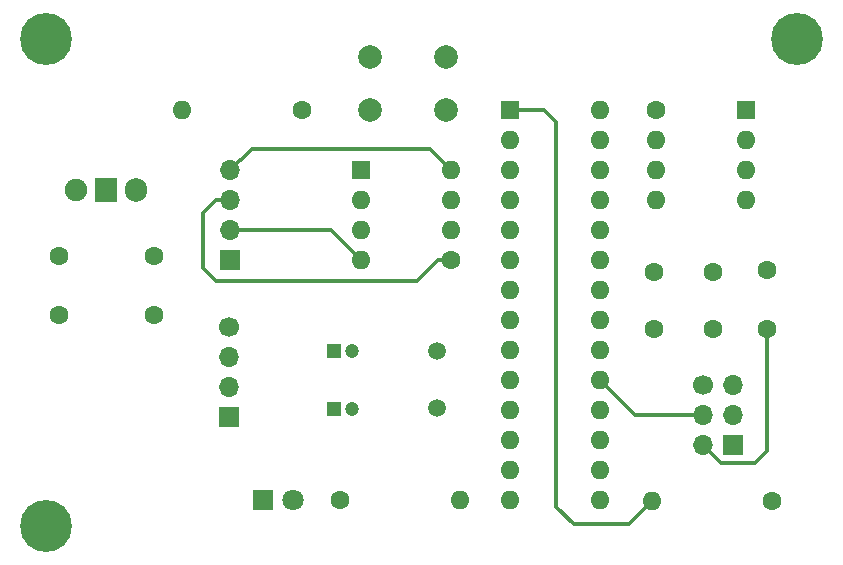
<source format=gbr>
G04 #@! TF.GenerationSoftware,KiCad,Pcbnew,(5.1.4-0-10_14)*
G04 #@! TF.CreationDate,2019-11-17T16:04:33+00:00*
G04 #@! TF.ProjectId,SELE_ACS,53454c45-5f41-4435-932e-6b696361645f,rev?*
G04 #@! TF.SameCoordinates,Original*
G04 #@! TF.FileFunction,Copper,L2,Bot*
G04 #@! TF.FilePolarity,Positive*
%FSLAX46Y46*%
G04 Gerber Fmt 4.6, Leading zero omitted, Abs format (unit mm)*
G04 Created by KiCad (PCBNEW (5.1.4-0-10_14)) date 2019-11-17 16:04:33*
%MOMM*%
%LPD*%
G04 APERTURE LIST*
%ADD10C,4.400000*%
%ADD11O,1.700000X1.700000*%
%ADD12R,1.700000X1.700000*%
%ADD13O,1.600000X1.600000*%
%ADD14C,1.600000*%
%ADD15R,1.600000X1.600000*%
%ADD16C,1.700000*%
%ADD17C,1.800000*%
%ADD18R,1.800000X1.800000*%
%ADD19R,1.200000X1.200000*%
%ADD20C,1.200000*%
%ADD21C,1.500000*%
%ADD22O,1.905000X2.000000*%
%ADD23R,1.905000X2.000000*%
%ADD24C,1.905000*%
%ADD25C,2.000000*%
%ADD26C,0.300000*%
G04 APERTURE END LIST*
D10*
X80600000Y-107800000D03*
X80600000Y-66600000D03*
X144200000Y-66600000D03*
D11*
X96200000Y-77680000D03*
X96200000Y-80220000D03*
X96200000Y-82760000D03*
D12*
X96200000Y-85300000D03*
D13*
X92140000Y-72600000D03*
D14*
X102300000Y-72600000D03*
D13*
X127520000Y-72600000D03*
X119900000Y-105620000D03*
X127520000Y-75140000D03*
X119900000Y-103080000D03*
X127520000Y-77680000D03*
X119900000Y-100540000D03*
X127520000Y-80220000D03*
X119900000Y-98000000D03*
X127520000Y-82760000D03*
X119900000Y-95460000D03*
X127520000Y-85300000D03*
X119900000Y-92920000D03*
X127520000Y-87840000D03*
X119900000Y-90380000D03*
X127520000Y-90380000D03*
X119900000Y-87840000D03*
X127520000Y-92920000D03*
X119900000Y-85300000D03*
X127520000Y-95460000D03*
X119900000Y-82760000D03*
X127520000Y-98000000D03*
X119900000Y-80220000D03*
X127520000Y-100540000D03*
X119900000Y-77680000D03*
X127520000Y-103080000D03*
X119900000Y-75140000D03*
X127520000Y-105620000D03*
D15*
X119900000Y-72600000D03*
D13*
X131940000Y-105700000D03*
D14*
X142100000Y-105700000D03*
D13*
X115660000Y-105600000D03*
D14*
X105500000Y-105600000D03*
D12*
X96100000Y-98620000D03*
D11*
X96100000Y-96080000D03*
X96100000Y-93540000D03*
D16*
X96100000Y-91000000D03*
D12*
X138740000Y-100980000D03*
D11*
X136200000Y-100980000D03*
X138740000Y-98440000D03*
X136200000Y-98440000D03*
X138740000Y-95900000D03*
D16*
X136200000Y-95900000D03*
D17*
X101540000Y-105600000D03*
D18*
X99000000Y-105600000D03*
D14*
X89700000Y-90000000D03*
X89700000Y-85000000D03*
X81700000Y-90000000D03*
X81700000Y-85000000D03*
X141600000Y-91200000D03*
X141600000Y-86200000D03*
X137100000Y-91200000D03*
X132100000Y-91200000D03*
X137100000Y-86300000D03*
X132100000Y-86300000D03*
D19*
X105000000Y-97900000D03*
D20*
X106500000Y-97900000D03*
D19*
X105000000Y-93000000D03*
D20*
X106500000Y-93000000D03*
D21*
X113700000Y-97880000D03*
X113700000Y-93000000D03*
D22*
X88180000Y-79400000D03*
D23*
X85640000Y-79400000D03*
D24*
X83100000Y-79400000D03*
D13*
X107280000Y-85300000D03*
X114900000Y-77680000D03*
X107280000Y-82760000D03*
X114900000Y-80220000D03*
X107280000Y-80220000D03*
X114900000Y-82760000D03*
D15*
X107280000Y-77680000D03*
D14*
X114900000Y-85300000D03*
D15*
X139820000Y-72600000D03*
D13*
X132200000Y-80220000D03*
X139820000Y-75140000D03*
X132200000Y-77680000D03*
X139820000Y-77680000D03*
X132200000Y-75140000D03*
X139820000Y-80220000D03*
D14*
X132200000Y-72600000D03*
D25*
X108000000Y-72600000D03*
X108000000Y-68100000D03*
X114500000Y-72600000D03*
X114500000Y-68100000D03*
D26*
X96200000Y-77680000D02*
X97049999Y-76830001D01*
X97049999Y-76830001D02*
X97069999Y-76830001D01*
X97069999Y-76830001D02*
X98000000Y-75900000D01*
X113120000Y-75900000D02*
X114900000Y-77680000D01*
X98000000Y-75900000D02*
X113120000Y-75900000D01*
X94997919Y-80220000D02*
X93900000Y-81317919D01*
X96200000Y-80220000D02*
X94997919Y-80220000D01*
X93900000Y-81317919D02*
X93900000Y-86000000D01*
X93900000Y-86000000D02*
X95000000Y-87100000D01*
X113800000Y-85300000D02*
X114900000Y-85300000D01*
X112000000Y-87100000D02*
X113800000Y-85300000D01*
X95000000Y-87100000D02*
X112000000Y-87100000D01*
X104740000Y-82760000D02*
X107280000Y-85300000D01*
X96200000Y-82760000D02*
X104740000Y-82760000D01*
X123800000Y-73600000D02*
X122800000Y-72600000D01*
X123800000Y-106200000D02*
X123800000Y-73600000D01*
X125300000Y-107700000D02*
X123800000Y-106200000D01*
X122800000Y-72600000D02*
X119900000Y-72600000D01*
X129940000Y-107700000D02*
X125300000Y-107700000D01*
X131940000Y-105700000D02*
X129940000Y-107700000D01*
X141600000Y-101500000D02*
X141600000Y-91200000D01*
X140600000Y-102500000D02*
X141600000Y-101500000D01*
X137720000Y-102500000D02*
X140600000Y-102500000D01*
X136200000Y-100980000D02*
X137720000Y-102500000D01*
X130500000Y-98440000D02*
X127520000Y-95460000D01*
X136200000Y-98440000D02*
X130500000Y-98440000D01*
M02*

</source>
